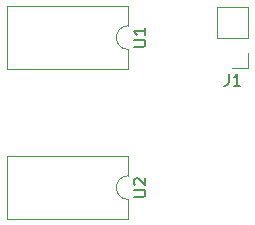
<source format=gbr>
%TF.GenerationSoftware,KiCad,Pcbnew,7.0.9*%
%TF.CreationDate,2023-12-12T23:50:20-05:00*%
%TF.ProjectId,attiny85,61747469-6e79-4383-952e-6b696361645f,rev?*%
%TF.SameCoordinates,Original*%
%TF.FileFunction,Legend,Top*%
%TF.FilePolarity,Positive*%
%FSLAX46Y46*%
G04 Gerber Fmt 4.6, Leading zero omitted, Abs format (unit mm)*
G04 Created by KiCad (PCBNEW 7.0.9) date 2023-12-12 23:50:20*
%MOMM*%
%LPD*%
G01*
G04 APERTURE LIST*
%ADD10C,0.150000*%
%ADD11C,0.120000*%
G04 APERTURE END LIST*
D10*
X155309819Y-97281904D02*
X156119342Y-97281904D01*
X156119342Y-97281904D02*
X156214580Y-97234285D01*
X156214580Y-97234285D02*
X156262200Y-97186666D01*
X156262200Y-97186666D02*
X156309819Y-97091428D01*
X156309819Y-97091428D02*
X156309819Y-96900952D01*
X156309819Y-96900952D02*
X156262200Y-96805714D01*
X156262200Y-96805714D02*
X156214580Y-96758095D01*
X156214580Y-96758095D02*
X156119342Y-96710476D01*
X156119342Y-96710476D02*
X155309819Y-96710476D01*
X155405057Y-96281904D02*
X155357438Y-96234285D01*
X155357438Y-96234285D02*
X155309819Y-96139047D01*
X155309819Y-96139047D02*
X155309819Y-95900952D01*
X155309819Y-95900952D02*
X155357438Y-95805714D01*
X155357438Y-95805714D02*
X155405057Y-95758095D01*
X155405057Y-95758095D02*
X155500295Y-95710476D01*
X155500295Y-95710476D02*
X155595533Y-95710476D01*
X155595533Y-95710476D02*
X155738390Y-95758095D01*
X155738390Y-95758095D02*
X156309819Y-96329523D01*
X156309819Y-96329523D02*
X156309819Y-95710476D01*
X155309819Y-84581904D02*
X156119342Y-84581904D01*
X156119342Y-84581904D02*
X156214580Y-84534285D01*
X156214580Y-84534285D02*
X156262200Y-84486666D01*
X156262200Y-84486666D02*
X156309819Y-84391428D01*
X156309819Y-84391428D02*
X156309819Y-84200952D01*
X156309819Y-84200952D02*
X156262200Y-84105714D01*
X156262200Y-84105714D02*
X156214580Y-84058095D01*
X156214580Y-84058095D02*
X156119342Y-84010476D01*
X156119342Y-84010476D02*
X155309819Y-84010476D01*
X156309819Y-83010476D02*
X156309819Y-83581904D01*
X156309819Y-83296190D02*
X155309819Y-83296190D01*
X155309819Y-83296190D02*
X155452676Y-83391428D01*
X155452676Y-83391428D02*
X155547914Y-83486666D01*
X155547914Y-83486666D02*
X155595533Y-83581904D01*
X163351666Y-86874819D02*
X163351666Y-87589104D01*
X163351666Y-87589104D02*
X163304047Y-87731961D01*
X163304047Y-87731961D02*
X163208809Y-87827200D01*
X163208809Y-87827200D02*
X163065952Y-87874819D01*
X163065952Y-87874819D02*
X162970714Y-87874819D01*
X164351666Y-87874819D02*
X163780238Y-87874819D01*
X164065952Y-87874819D02*
X164065952Y-86874819D01*
X164065952Y-86874819D02*
X163970714Y-87017676D01*
X163970714Y-87017676D02*
X163875476Y-87112914D01*
X163875476Y-87112914D02*
X163780238Y-87160533D01*
D11*
%TO.C,U2*%
X154855000Y-99170000D02*
X154855000Y-97520000D01*
X154855000Y-93870000D02*
X144575000Y-93870000D01*
X144575000Y-99170000D02*
X154855000Y-99170000D01*
X154855000Y-95520000D02*
X154855000Y-93870000D01*
X144575000Y-93870000D02*
X144575000Y-99170000D01*
X154855000Y-95520000D02*
G75*
G03*
X154855000Y-97520000I0J-1000000D01*
G01*
%TO.C,U1*%
X154855000Y-86470000D02*
X154855000Y-84820000D01*
X154855000Y-81170000D02*
X144575000Y-81170000D01*
X144575000Y-86470000D02*
X154855000Y-86470000D01*
X154855000Y-82820000D02*
X154855000Y-81170000D01*
X144575000Y-81170000D02*
X144575000Y-86470000D01*
X154855000Y-82820000D02*
G75*
G03*
X154855000Y-84820000I0J-1000000D01*
G01*
%TO.C,J1*%
X165015000Y-85090000D02*
X165015000Y-86420000D01*
X165015000Y-81220000D02*
X162355000Y-81220000D01*
X165015000Y-83820000D02*
X165015000Y-81220000D01*
X165015000Y-83820000D02*
X162355000Y-83820000D01*
X165015000Y-86420000D02*
X163685000Y-86420000D01*
X162355000Y-83820000D02*
X162355000Y-81220000D01*
%TD*%
M02*

</source>
